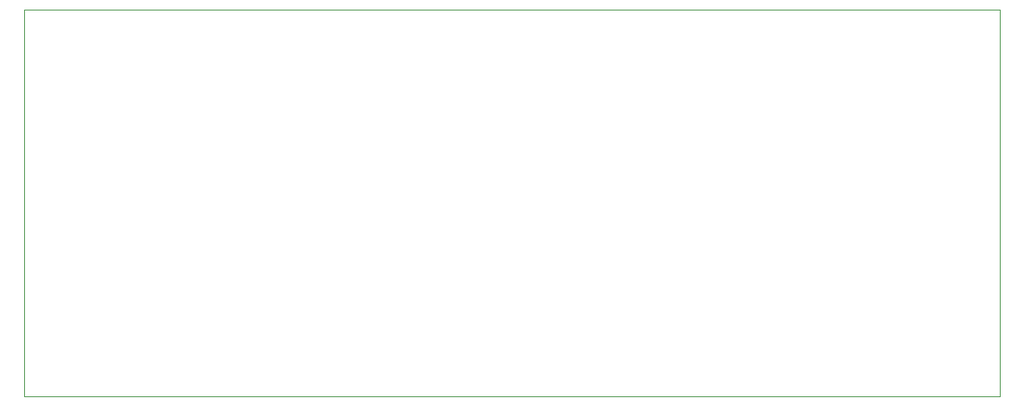
<source format=gko>
G75*
%MOIN*%
%OFA0B0*%
%FSLAX24Y24*%
%IPPOS*%
%LPD*%
%AMOC8*
5,1,8,0,0,1.08239X$1,22.5*
%
%ADD10C,0.0000*%
D10*
X000180Y000180D02*
X000180Y016176D01*
X040550Y016176D01*
X040550Y000180D01*
X000180Y000180D01*
M02*

</source>
